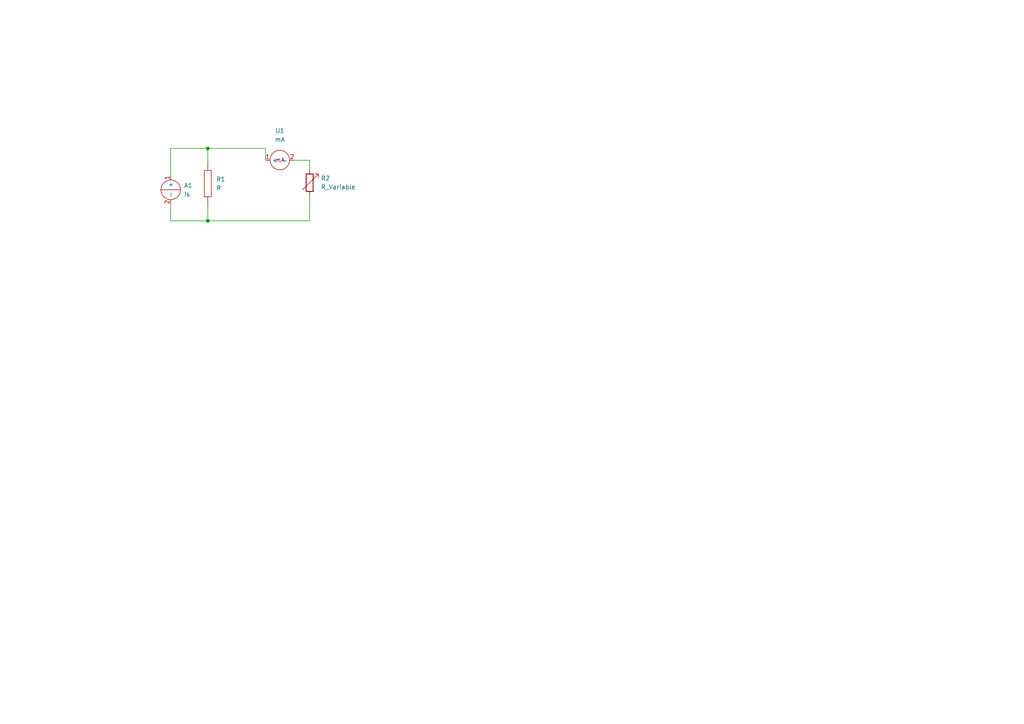
<source format=kicad_sch>
(kicad_sch (version 20211123) (generator eeschema)

  (uuid 3c752b53-174b-4f35-85da-c891bc4f577d)

  (paper "A4")

  (lib_symbols
    (symbol "Device:R_Variable" (pin_numbers hide) (pin_names (offset 0)) (in_bom yes) (on_board yes)
      (property "Reference" "R" (id 0) (at 2.54 -2.54 90)
        (effects (font (size 1.27 1.27)) (justify left))
      )
      (property "Value" "R_Variable" (id 1) (at -2.54 -1.27 90)
        (effects (font (size 1.27 1.27)) (justify left))
      )
      (property "Footprint" "" (id 2) (at -1.778 0 90)
        (effects (font (size 1.27 1.27)) hide)
      )
      (property "Datasheet" "~" (id 3) (at 0 0 0)
        (effects (font (size 1.27 1.27)) hide)
      )
      (property "ki_keywords" "R res resistor variable potentiometer rheostat" (id 4) (at 0 0 0)
        (effects (font (size 1.27 1.27)) hide)
      )
      (property "ki_description" "Variable resistor" (id 5) (at 0 0 0)
        (effects (font (size 1.27 1.27)) hide)
      )
      (property "ki_fp_filters" "R_*" (id 6) (at 0 0 0)
        (effects (font (size 1.27 1.27)) hide)
      )
      (symbol "R_Variable_0_1"
        (rectangle (start -1.016 -2.54) (end 1.016 2.54)
          (stroke (width 0.254) (type default) (color 0 0 0 0))
          (fill (type none))
        )
        (polyline
          (pts
            (xy 2.54 1.524)
            (xy 2.54 2.54)
            (xy 1.524 2.54)
            (xy 2.54 2.54)
            (xy -2.032 -2.032)
          )
          (stroke (width 0) (type default) (color 0 0 0 0))
          (fill (type none))
        )
      )
      (symbol "R_Variable_1_1"
        (pin passive line (at 0 3.81 270) (length 1.27)
          (name "~" (effects (font (size 1.27 1.27))))
          (number "1" (effects (font (size 1.27 1.27))))
        )
        (pin passive line (at 0 -3.81 90) (length 1.27)
          (name "~" (effects (font (size 1.27 1.27))))
          (number "2" (effects (font (size 1.27 1.27))))
        )
      )
    )
    (symbol "pspice:R" (pin_numbers hide) (pin_names (offset 0)) (in_bom yes) (on_board yes)
      (property "Reference" "R" (id 0) (at 2.032 0 90)
        (effects (font (size 1.27 1.27)))
      )
      (property "Value" "R" (id 1) (at 0 0 90)
        (effects (font (size 1.27 1.27)))
      )
      (property "Footprint" "" (id 2) (at 0 0 0)
        (effects (font (size 1.27 1.27)) hide)
      )
      (property "Datasheet" "~" (id 3) (at 0 0 0)
        (effects (font (size 1.27 1.27)) hide)
      )
      (property "ki_keywords" "resistor simulation" (id 4) (at 0 0 0)
        (effects (font (size 1.27 1.27)) hide)
      )
      (property "ki_description" "Resistor symbol for simulation only" (id 5) (at 0 0 0)
        (effects (font (size 1.27 1.27)) hide)
      )
      (symbol "R_0_1"
        (rectangle (start -1.016 3.81) (end 1.016 -3.81)
          (stroke (width 0) (type default) (color 0 0 0 0))
          (fill (type none))
        )
      )
      (symbol "R_1_1"
        (pin passive line (at 0 6.35 270) (length 2.54)
          (name "~" (effects (font (size 1.27 1.27))))
          (number "1" (effects (font (size 1.27 1.27))))
        )
        (pin passive line (at 0 -6.35 90) (length 2.54)
          (name "~" (effects (font (size 1.27 1.27))))
          (number "2" (effects (font (size 1.27 1.27))))
        )
      )
    )
    (symbol "test2021:Is" (in_bom yes) (on_board yes)
      (property "Reference" "A" (id 0) (at -3.2258 -3.2004 0)
        (effects (font (size 1.27 1.27)))
      )
      (property "Value" "Is" (id 1) (at -3.5052 2.286 0)
        (effects (font (size 1.27 1.27)))
      )
      (property "Footprint" "" (id 2) (at 0.0762 -0.0254 0)
        (effects (font (size 1.27 1.27)) hide)
      )
      (property "Datasheet" "" (id 3) (at 0.0762 -0.0254 0)
        (effects (font (size 1.27 1.27)) hide)
      )
      (symbol "Is_0_1"
        (polyline
          (pts
            (xy -2.8448 0)
            (xy 2.794 0)
          )
          (stroke (width 0) (type default) (color 0 0 0 0))
          (fill (type none))
        )
        (polyline
          (pts
            (xy 0 2.8194)
            (xy 0 2.8194)
          )
          (stroke (width 0) (type default) (color 0 0 0 0))
          (fill (type none))
        )
        (circle (center 0 0) (radius 2.8398)
          (stroke (width 0) (type default) (color 0 0 0 0))
          (fill (type none))
        )
      )
      (symbol "Is_1_1"
        (pin passive line (at 0 4.1402 270) (length 1.27)
          (name "+" (effects (font (size 1.27 1.27))))
          (number "1" (effects (font (size 1.27 1.27))))
        )
        (pin passive line (at 0 -4.1656 90) (length 1.27)
          (name "-" (effects (font (size 1.27 1.27))))
          (number "2" (effects (font (size 1.27 1.27))))
        )
      )
    )
    (symbol "test2021:mA" (in_bom yes) (on_board yes)
      (property "Reference" "U" (id 0) (at -1.1176 -3.556 0)
        (effects (font (size 1.27 1.27)))
      )
      (property "Value" "mA" (id 1) (at -4.6736 3.7592 0)
        (effects (font (size 1.27 1.27)))
      )
      (property "Footprint" "" (id 2) (at 0 0.0254 0)
        (effects (font (size 1.27 1.27)) hide)
      )
      (property "Datasheet" "" (id 3) (at 0 0.0254 0)
        (effects (font (size 1.27 1.27)) hide)
      )
      (symbol "mA_0_0"
        (text "mA" (at -0.1016 0.0508 0)
          (effects (font (size 1.27 1.27)))
        )
      )
      (symbol "mA_0_1"
        (circle (center -0.1143 0.0635) (radius 2.8398)
          (stroke (width 0) (type default) (color 0 0 0 0))
          (fill (type none))
        )
        (polyline
          (pts
            (xy -2.9337 0.0635)
            (xy -2.9337 0.0635)
          )
          (stroke (width 0) (type default) (color 0 0 0 0))
          (fill (type none))
        )
      )
      (symbol "mA_1_1"
        (pin passive line (at -4.2672 0 0) (length 1.27)
          (name "+" (effects (font (size 1.27 1.27))))
          (number "1" (effects (font (size 1.27 1.27))))
        )
        (pin passive line (at 4.064 0 180) (length 1.27)
          (name "-" (effects (font (size 1.27 1.27))))
          (number "2" (effects (font (size 1.27 1.27))))
        )
      )
    )
  )

  (junction (at 60.2742 43.053) (diameter 0) (color 0 0 0 0)
    (uuid 59efe5b6-00f4-4593-bf25-c1fd11e92758)
  )
  (junction (at 60.2742 64.0588) (diameter 0) (color 0 0 0 0)
    (uuid f4fe7b1c-3edd-4bb9-a24c-915c56ddce06)
  )

  (wire (pts (xy 49.5046 59.2074) (xy 49.5046 64.0588))
    (stroke (width 0) (type default) (color 0 0 0 0))
    (uuid 5448296a-7009-4234-afcc-180a62cacf6b)
  )
  (wire (pts (xy 49.5046 50.9016) (xy 49.5046 43.053))
    (stroke (width 0) (type default) (color 0 0 0 0))
    (uuid 6274c400-2dee-4434-8280-58c5f9dd9a35)
  )
  (wire (pts (xy 89.8144 46.482) (xy 89.8144 49.1744))
    (stroke (width 0) (type default) (color 0 0 0 0))
    (uuid 93b28128-493e-49f1-953b-e250ff1ffb05)
  )
  (wire (pts (xy 49.5046 64.0588) (xy 60.2742 64.0588))
    (stroke (width 0) (type default) (color 0 0 0 0))
    (uuid 9461141d-e6ff-4265-8ebd-90d41fd517d4)
  )
  (wire (pts (xy 60.2742 64.0588) (xy 89.8144 64.0588))
    (stroke (width 0) (type default) (color 0 0 0 0))
    (uuid 962879b2-3bae-4423-aa37-9a34141a15ad)
  )
  (wire (pts (xy 60.2742 59.6138) (xy 60.2742 64.0588))
    (stroke (width 0) (type default) (color 0 0 0 0))
    (uuid a0bad692-c8bb-43bc-9945-9904b6c65deb)
  )
  (wire (pts (xy 60.2742 43.053) (xy 77.0128 43.053))
    (stroke (width 0) (type default) (color 0 0 0 0))
    (uuid be89858d-4701-4eb0-b312-034e0e9be91c)
  )
  (wire (pts (xy 89.8144 64.0588) (xy 89.8144 56.7944))
    (stroke (width 0) (type default) (color 0 0 0 0))
    (uuid c6825c69-e664-42e8-a686-17d441e4ab4c)
  )
  (wire (pts (xy 60.2742 43.053) (xy 60.2742 46.9138))
    (stroke (width 0) (type default) (color 0 0 0 0))
    (uuid e0569062-fcf0-40c4-a1f7-3a5d36e2688f)
  )
  (wire (pts (xy 49.5046 43.053) (xy 60.2742 43.053))
    (stroke (width 0) (type default) (color 0 0 0 0))
    (uuid f47eadec-d3c6-453a-b387-977afdee50ea)
  )
  (wire (pts (xy 77.0128 43.053) (xy 77.0128 46.482))
    (stroke (width 0) (type default) (color 0 0 0 0))
    (uuid f72daf1e-4952-4bc6-bac8-a4f8244ed4e1)
  )
  (wire (pts (xy 85.344 46.482) (xy 89.8144 46.482))
    (stroke (width 0) (type default) (color 0 0 0 0))
    (uuid fd57a0c2-e666-420f-bebb-a02a24c2bf6c)
  )

  (symbol (lib_id "Device:R_Variable") (at 89.8144 52.9844 0) (unit 1)
    (in_bom yes) (on_board yes) (fields_autoplaced)
    (uuid 0cddbe5b-57be-46ac-baab-077f59c22f7b)
    (property "Reference" "R2" (id 0) (at 93.0402 51.7143 0)
      (effects (font (size 1.27 1.27)) (justify left))
    )
    (property "Value" "R_Variable" (id 1) (at 93.0402 54.2543 0)
      (effects (font (size 1.27 1.27)) (justify left))
    )
    (property "Footprint" "test2021:Rv" (id 2) (at 88.0364 52.9844 90)
      (effects (font (size 1.27 1.27)) hide)
    )
    (property "Datasheet" "~" (id 3) (at 89.8144 52.9844 0)
      (effects (font (size 1.27 1.27)) hide)
    )
    (pin "1" (uuid 2f398113-1393-49cc-b22f-d885a35846db))
    (pin "2" (uuid c3428796-56f7-4d9a-b82f-1183243dbbd6))
  )

  (symbol (lib_id "pspice:R") (at 60.2742 53.2638 0) (unit 1)
    (in_bom yes) (on_board yes) (fields_autoplaced)
    (uuid 8e31e47a-d957-4b7b-9fbb-510191338444)
    (property "Reference" "R1" (id 0) (at 62.6872 51.9937 0)
      (effects (font (size 1.27 1.27)) (justify left))
    )
    (property "Value" "R" (id 1) (at 62.6872 54.5337 0)
      (effects (font (size 1.27 1.27)) (justify left))
    )
    (property "Footprint" "test2021:R" (id 2) (at 60.2742 53.2638 0)
      (effects (font (size 1.27 1.27)) hide)
    )
    (property "Datasheet" "~" (id 3) (at 60.2742 53.2638 0)
      (effects (font (size 1.27 1.27)) hide)
    )
    (pin "1" (uuid 50d5d987-dc96-4a95-89cf-57dd49b94c50))
    (pin "2" (uuid 4f4d1715-b297-4f4a-9dcc-288dd95939bd))
  )

  (symbol (lib_id "test2021:Is") (at 49.5046 55.0418 0) (unit 1)
    (in_bom yes) (on_board yes) (fields_autoplaced)
    (uuid 994d0a62-8be6-48fc-8408-3d32d69f79e9)
    (property "Reference" "A1" (id 0) (at 53.34 53.7844 0)
      (effects (font (size 1.27 1.27)) (justify left))
    )
    (property "Value" "Is" (id 1) (at 53.34 56.3244 0)
      (effects (font (size 1.27 1.27)) (justify left))
    )
    (property "Footprint" "test2021:Is" (id 2) (at 49.5808 55.0672 0)
      (effects (font (size 1.27 1.27)) hide)
    )
    (property "Datasheet" "" (id 3) (at 49.5808 55.0672 0)
      (effects (font (size 1.27 1.27)) hide)
    )
    (pin "1" (uuid dcdb769d-ced1-4101-8fa0-3f12232f0ec4))
    (pin "2" (uuid 2fcbe7ea-f006-4921-9e69-c519d0283b56))
  )

  (symbol (lib_id "test2021:mA") (at 81.28 46.482 0) (unit 1)
    (in_bom yes) (on_board yes) (fields_autoplaced)
    (uuid 99b1d416-5de7-4d5a-96bf-810e9f87a69d)
    (property "Reference" "U1" (id 0) (at 81.1784 37.9222 0))
    (property "Value" "mA" (id 1) (at 81.1784 40.4622 0))
    (property "Footprint" "test2021:Multimeter" (id 2) (at 81.28 46.4566 0)
      (effects (font (size 1.27 1.27)) hide)
    )
    (property "Datasheet" "" (id 3) (at 81.28 46.4566 0)
      (effects (font (size 1.27 1.27)) hide)
    )
    (pin "1" (uuid 34e88a6f-7d86-448d-9c97-8e6155daebd7))
    (pin "2" (uuid f3b6174b-e232-4464-93b9-e1c4be3b685c))
  )

  (sheet_instances
    (path "/" (page "1"))
  )

  (symbol_instances
    (path "/994d0a62-8be6-48fc-8408-3d32d69f79e9"
      (reference "A1") (unit 1) (value "Is") (footprint "test2021:Is")
    )
    (path "/8e31e47a-d957-4b7b-9fbb-510191338444"
      (reference "R1") (unit 1) (value "R") (footprint "test2021:R")
    )
    (path "/0cddbe5b-57be-46ac-baab-077f59c22f7b"
      (reference "R2") (unit 1) (value "R_Variable") (footprint "test2021:Rv")
    )
    (path "/99b1d416-5de7-4d5a-96bf-810e9f87a69d"
      (reference "U1") (unit 1) (value "mA") (footprint "test2021:Multimeter")
    )
  )
)

</source>
